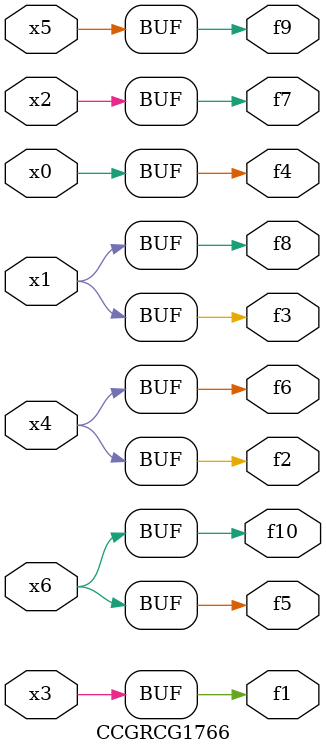
<source format=v>
module CCGRCG1766(
	input x0, x1, x2, x3, x4, x5, x6,
	output f1, f2, f3, f4, f5, f6, f7, f8, f9, f10
);
	assign f1 = x3;
	assign f2 = x4;
	assign f3 = x1;
	assign f4 = x0;
	assign f5 = x6;
	assign f6 = x4;
	assign f7 = x2;
	assign f8 = x1;
	assign f9 = x5;
	assign f10 = x6;
endmodule

</source>
